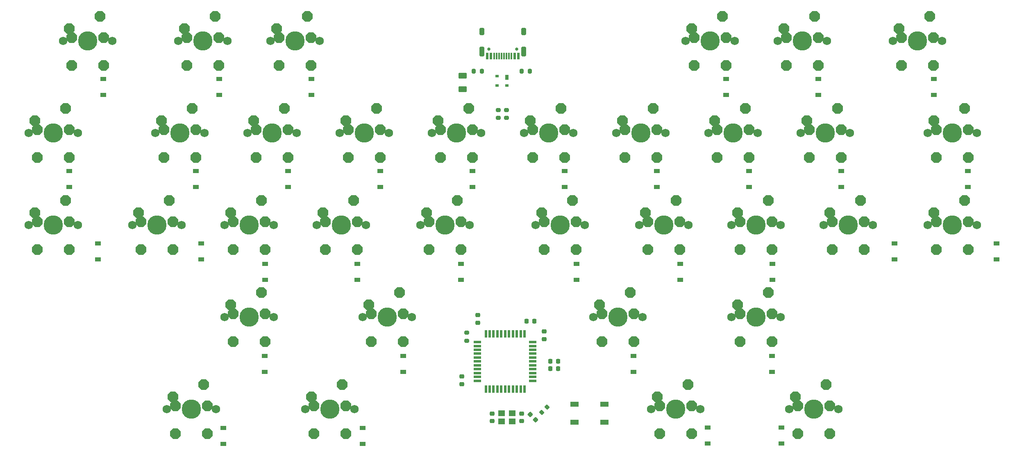
<source format=gbr>
G04 #@! TF.GenerationSoftware,KiCad,Pcbnew,6.0.8-1.fc36*
G04 #@! TF.CreationDate,2022-10-15T08:34:19+02:00*
G04 #@! TF.ProjectId,klacker_small,6b6c6163-6b65-4725-9f73-6d616c6c2e6b,rev?*
G04 #@! TF.SameCoordinates,Original*
G04 #@! TF.FileFunction,Soldermask,Bot*
G04 #@! TF.FilePolarity,Negative*
%FSLAX46Y46*%
G04 Gerber Fmt 4.6, Leading zero omitted, Abs format (unit mm)*
G04 Created by KiCad (PCBNEW 6.0.8-1.fc36) date 2022-10-15 08:34:19*
%MOMM*%
%LPD*%
G01*
G04 APERTURE LIST*
G04 Aperture macros list*
%AMRoundRect*
0 Rectangle with rounded corners*
0 $1 Rounding radius*
0 $2 $3 $4 $5 $6 $7 $8 $9 X,Y pos of 4 corners*
0 Add a 4 corners polygon primitive as box body*
4,1,4,$2,$3,$4,$5,$6,$7,$8,$9,$2,$3,0*
0 Add four circle primitives for the rounded corners*
1,1,$1+$1,$2,$3*
1,1,$1+$1,$4,$5*
1,1,$1+$1,$6,$7*
1,1,$1+$1,$8,$9*
0 Add four rect primitives between the rounded corners*
20,1,$1+$1,$2,$3,$4,$5,0*
20,1,$1+$1,$4,$5,$6,$7,0*
20,1,$1+$1,$6,$7,$8,$9,0*
20,1,$1+$1,$8,$9,$2,$3,0*%
%AMFreePoly0*
4,1,17,0.470280,1.085355,1.085355,0.470280,1.100000,0.434925,1.100000,-0.434925,1.085355,-0.470281,0.470280,-1.085355,0.434925,-1.100000,-0.434925,-1.100000,-0.470281,-1.085355,-1.085355,-0.470280,-1.100000,-0.434925,-1.100000,0.434925,-1.085355,0.470280,-0.470281,1.085355,-0.434925,1.100000,0.434925,1.100000,0.470280,1.085355,0.470280,1.085355,$1*%
%AMFreePoly1*
4,1,17,0.480635,1.110355,1.110356,0.480635,1.125000,0.445280,1.125000,-0.445280,1.110356,-0.480635,0.480635,-1.110355,0.445280,-1.125000,-0.445280,-1.125000,-0.480635,-1.110356,-1.110355,-0.480635,-1.125000,-0.445280,-1.125000,0.445280,-1.110355,0.480635,-0.480635,1.110356,-0.445280,1.125000,0.445280,1.125000,0.480635,1.110355,0.480635,1.110355,$1*%
%AMFreePoly2*
4,1,17,0.307538,0.785355,0.485355,0.607538,0.500000,0.572183,0.500000,-0.572183,0.485355,-0.607538,0.307538,-0.785355,0.272183,-0.800000,-0.272183,-0.800000,-0.307538,-0.785355,-0.485355,-0.607538,-0.500000,-0.572183,-0.500000,0.572183,-0.485355,0.607538,-0.307538,0.785355,-0.272183,0.800000,0.272183,0.800000,0.307538,0.785355,0.307538,0.785355,$1*%
%AMFreePoly3*
4,1,17,0.307538,1.035355,0.485355,0.857538,0.500000,0.822183,0.500000,-0.822183,0.485355,-0.857538,0.307538,-1.035355,0.272183,-1.050000,-0.272183,-1.050000,-0.307538,-1.035355,-0.485355,-0.857538,-0.500000,-0.822183,-0.500000,0.822183,-0.485355,0.857538,-0.307538,1.035355,-0.272183,1.050000,0.272183,1.050000,0.307538,1.035355,0.307538,1.035355,$1*%
G04 Aperture macros list end*
%ADD10C,1.750000*%
%ADD11C,3.987800*%
%ADD12FreePoly0,0.000000*%
%ADD13FreePoly1,0.000000*%
%ADD14C,0.650000*%
%ADD15R,0.600000X1.450000*%
%ADD16R,0.300000X1.450000*%
%ADD17FreePoly2,0.000000*%
%ADD18FreePoly3,0.000000*%
%ADD19R,1.500000X0.550000*%
%ADD20R,0.550000X1.500000*%
%ADD21RoundRect,0.200000X0.275000X-0.200000X0.275000X0.200000X-0.275000X0.200000X-0.275000X-0.200000X0*%
%ADD22RoundRect,0.200000X-0.275000X0.200000X-0.275000X-0.200000X0.275000X-0.200000X0.275000X0.200000X0*%
%ADD23RoundRect,0.200000X0.053033X-0.335876X0.335876X-0.053033X-0.053033X0.335876X-0.335876X0.053033X0*%
%ADD24R,0.700000X1.000000*%
%ADD25R,0.700000X0.600000*%
%ADD26R,1.800000X1.100000*%
%ADD27RoundRect,0.225000X-0.250000X0.225000X-0.250000X-0.225000X0.250000X-0.225000X0.250000X0.225000X0*%
%ADD28RoundRect,0.200000X0.200000X0.275000X-0.200000X0.275000X-0.200000X-0.275000X0.200000X-0.275000X0*%
%ADD29RoundRect,0.225000X0.250000X-0.225000X0.250000X0.225000X-0.250000X0.225000X-0.250000X-0.225000X0*%
%ADD30RoundRect,0.225000X-0.225000X-0.250000X0.225000X-0.250000X0.225000X0.250000X-0.225000X0.250000X0*%
%ADD31RoundRect,0.200000X-0.200000X-0.275000X0.200000X-0.275000X0.200000X0.275000X-0.200000X0.275000X0*%
%ADD32RoundRect,0.225000X-0.335876X-0.017678X-0.017678X-0.335876X0.335876X0.017678X0.017678X0.335876X0*%
%ADD33R,1.400000X1.200000*%
%ADD34RoundRect,0.250000X0.625000X-0.375000X0.625000X0.375000X-0.625000X0.375000X-0.625000X-0.375000X0*%
%ADD35R,1.200000X0.900000*%
G04 APERTURE END LIST*
D10*
X97949000Y-104775000D03*
X87789000Y-104775000D03*
D11*
X92869000Y-104775000D03*
D12*
X89569000Y-104135000D03*
X89569000Y-109855000D03*
D13*
X89059000Y-102235000D03*
X95409000Y-99695000D03*
D12*
X96169000Y-104135000D03*
X96169000Y-109855000D03*
D10*
X175895000Y-66675000D03*
D11*
X180975000Y-66675000D03*
D10*
X186055000Y-66675000D03*
D12*
X177675000Y-71755000D03*
X177675000Y-66035000D03*
D13*
X177165000Y-64135000D03*
D12*
X184275000Y-71755000D03*
D13*
X183515000Y-61595000D03*
D12*
X184275000Y-66035000D03*
D10*
X157480000Y-85725000D03*
X147320000Y-85725000D03*
D11*
X152400000Y-85725000D03*
D13*
X148590000Y-83185000D03*
D12*
X149100000Y-85085000D03*
X149100000Y-90805000D03*
X155700000Y-85085000D03*
X155700000Y-90805000D03*
D13*
X154940000Y-80645000D03*
D11*
X221456250Y-66675000D03*
D10*
X226536250Y-66675000D03*
X216376250Y-66675000D03*
D12*
X218156250Y-66035000D03*
X218156250Y-71755000D03*
D13*
X217646250Y-64135000D03*
D12*
X224756250Y-66035000D03*
D13*
X223996250Y-61595000D03*
D12*
X224756250Y-71755000D03*
D10*
X71755000Y-28575000D03*
X61595000Y-28575000D03*
D11*
X66675000Y-28575000D03*
D12*
X63375000Y-33655000D03*
D13*
X62865000Y-26035000D03*
D12*
X63375000Y-27935000D03*
D13*
X69215000Y-23495000D03*
D12*
X69975000Y-33655000D03*
X69975000Y-27935000D03*
D11*
X164306000Y-104775000D03*
D10*
X169386000Y-104775000D03*
X159226000Y-104775000D03*
D13*
X160496000Y-102235000D03*
D12*
X161006000Y-104135000D03*
X161006000Y-109855000D03*
D13*
X166846000Y-99695000D03*
D12*
X167606000Y-104135000D03*
X167606000Y-109855000D03*
D11*
X221456250Y-47625000D03*
D10*
X216376250Y-47625000D03*
X226536250Y-47625000D03*
D12*
X218156250Y-46985000D03*
X218156250Y-52705000D03*
D13*
X217646250Y-45085000D03*
D12*
X224756250Y-52705000D03*
D13*
X223996250Y-42545000D03*
D12*
X224756250Y-46985000D03*
D11*
X76200000Y-85725000D03*
D10*
X71120000Y-85725000D03*
X81280000Y-85725000D03*
D13*
X72390000Y-83185000D03*
D12*
X72900000Y-85085000D03*
X72900000Y-90805000D03*
D13*
X78740000Y-80645000D03*
D12*
X79500000Y-85085000D03*
X79500000Y-90805000D03*
D10*
X40798750Y-47625000D03*
D11*
X35718750Y-47625000D03*
D10*
X30638750Y-47625000D03*
D12*
X32418750Y-52705000D03*
X32418750Y-46985000D03*
D13*
X31908750Y-45085000D03*
D12*
X39018750Y-46985000D03*
D13*
X38258750Y-42545000D03*
D12*
X39018750Y-52705000D03*
D11*
X157162500Y-47625000D03*
D10*
X162242500Y-47625000D03*
X152082500Y-47625000D03*
D12*
X153862500Y-52705000D03*
X153862500Y-46985000D03*
D13*
X153352500Y-45085000D03*
D12*
X160462500Y-52705000D03*
X160462500Y-46985000D03*
D13*
X159702500Y-42545000D03*
D10*
X186055000Y-85725000D03*
D11*
X180975000Y-85725000D03*
D10*
X175895000Y-85725000D03*
D13*
X177165000Y-83185000D03*
D12*
X177675000Y-90805000D03*
X177675000Y-85085000D03*
X184275000Y-90805000D03*
D13*
X183515000Y-80645000D03*
D12*
X184275000Y-85085000D03*
D11*
X200025000Y-66675000D03*
D10*
X205105000Y-66675000D03*
X194945000Y-66675000D03*
D13*
X196215000Y-64135000D03*
D12*
X196725000Y-66035000D03*
X196725000Y-71755000D03*
X203325000Y-71755000D03*
D13*
X202565000Y-61595000D03*
D12*
X203325000Y-66035000D03*
D11*
X85725000Y-28575000D03*
D10*
X80645000Y-28575000D03*
X90805000Y-28575000D03*
D12*
X82425000Y-33655000D03*
X82425000Y-27935000D03*
D13*
X81915000Y-26035000D03*
X88265000Y-23495000D03*
D12*
X89025000Y-27935000D03*
X89025000Y-33655000D03*
D11*
X57150000Y-66675000D03*
D10*
X62230000Y-66675000D03*
X52070000Y-66675000D03*
D12*
X53850000Y-71755000D03*
X53850000Y-66035000D03*
D13*
X53340000Y-64135000D03*
X59690000Y-61595000D03*
D12*
X60450000Y-66035000D03*
X60450000Y-71755000D03*
D10*
X105092500Y-47625000D03*
X94932500Y-47625000D03*
D11*
X100012500Y-47625000D03*
D12*
X96712500Y-52705000D03*
X96712500Y-46985000D03*
D13*
X96202500Y-45085000D03*
D12*
X103312500Y-52705000D03*
D13*
X102552500Y-42545000D03*
D12*
X103312500Y-46985000D03*
D10*
X171132500Y-47625000D03*
X181292500Y-47625000D03*
D11*
X176212500Y-47625000D03*
D13*
X172402500Y-45085000D03*
D12*
X172912500Y-52705000D03*
X172912500Y-46985000D03*
X179512500Y-46985000D03*
X179512500Y-52705000D03*
D13*
X178752500Y-42545000D03*
D10*
X99695000Y-85725000D03*
X109855000Y-85725000D03*
D11*
X104775000Y-85725000D03*
D12*
X101475000Y-85085000D03*
D13*
X100965000Y-83185000D03*
D12*
X101475000Y-90805000D03*
D13*
X107315000Y-80645000D03*
D12*
X108075000Y-90805000D03*
X108075000Y-85085000D03*
D10*
X37782500Y-28575000D03*
D11*
X42862500Y-28575000D03*
D10*
X47942500Y-28575000D03*
D12*
X39562500Y-27935000D03*
D13*
X39052500Y-26035000D03*
D12*
X39562500Y-33655000D03*
D13*
X45402500Y-23495000D03*
D12*
X46162500Y-27935000D03*
X46162500Y-33655000D03*
D10*
X200342500Y-47625000D03*
D11*
X195262500Y-47625000D03*
D10*
X190182500Y-47625000D03*
D13*
X191452500Y-45085000D03*
D12*
X191962500Y-46985000D03*
X191962500Y-52705000D03*
D13*
X197802500Y-42545000D03*
D12*
X198562500Y-46985000D03*
X198562500Y-52705000D03*
D10*
X71120000Y-66675000D03*
X81280000Y-66675000D03*
D11*
X76200000Y-66675000D03*
D12*
X72900000Y-66035000D03*
D13*
X72390000Y-64135000D03*
D12*
X72900000Y-71755000D03*
D13*
X78740000Y-61595000D03*
D12*
X79500000Y-66035000D03*
X79500000Y-71755000D03*
D10*
X166370000Y-28575000D03*
D11*
X171450000Y-28575000D03*
D10*
X176530000Y-28575000D03*
D12*
X168150000Y-33655000D03*
X168150000Y-27935000D03*
D13*
X167640000Y-26035000D03*
X173990000Y-23495000D03*
D12*
X174750000Y-33655000D03*
X174750000Y-27935000D03*
D10*
X195580000Y-28575000D03*
D11*
X190500000Y-28575000D03*
D10*
X185420000Y-28575000D03*
D12*
X187200000Y-27935000D03*
D13*
X186690000Y-26035000D03*
D12*
X187200000Y-33655000D03*
D13*
X193040000Y-23495000D03*
D12*
X193800000Y-27935000D03*
X193800000Y-33655000D03*
D10*
X167005000Y-66675000D03*
D11*
X161925000Y-66675000D03*
D10*
X156845000Y-66675000D03*
D12*
X158625000Y-71755000D03*
X158625000Y-66035000D03*
D13*
X158115000Y-64135000D03*
D12*
X165225000Y-66035000D03*
D13*
X164465000Y-61595000D03*
D12*
X165225000Y-71755000D03*
D10*
X30638750Y-66675000D03*
X40798750Y-66675000D03*
D11*
X35718750Y-66675000D03*
D12*
X32418750Y-71755000D03*
X32418750Y-66035000D03*
D13*
X31908750Y-64135000D03*
D12*
X39018750Y-71755000D03*
D13*
X38258750Y-61595000D03*
D12*
X39018750Y-66035000D03*
D10*
X187801000Y-104775000D03*
D11*
X192881000Y-104775000D03*
D10*
X197961000Y-104775000D03*
D13*
X189071000Y-102235000D03*
D12*
X189581000Y-109855000D03*
X189581000Y-104135000D03*
D13*
X195421000Y-99695000D03*
D12*
X196181000Y-104135000D03*
X196181000Y-109855000D03*
D10*
X209232500Y-28575000D03*
X219392500Y-28575000D03*
D11*
X214312500Y-28575000D03*
D13*
X210502500Y-26035000D03*
D12*
X211012500Y-33655000D03*
X211012500Y-27935000D03*
X217612500Y-27935000D03*
X217612500Y-33655000D03*
D13*
X216852500Y-23495000D03*
D10*
X56832500Y-47625000D03*
D11*
X61912500Y-47625000D03*
D10*
X66992500Y-47625000D03*
D12*
X58612500Y-46985000D03*
D13*
X58102500Y-45085000D03*
D12*
X58612500Y-52705000D03*
X65212500Y-52705000D03*
D13*
X64452500Y-42545000D03*
D12*
X65212500Y-46985000D03*
D10*
X145573750Y-66675000D03*
X135413750Y-66675000D03*
D11*
X140493750Y-66675000D03*
D12*
X137193750Y-66035000D03*
D13*
X136683750Y-64135000D03*
D12*
X137193750Y-71755000D03*
X143793750Y-66035000D03*
D13*
X143033750Y-61595000D03*
D12*
X143793750Y-71755000D03*
D11*
X116681250Y-66675000D03*
D10*
X121761250Y-66675000D03*
X111601250Y-66675000D03*
D12*
X113381250Y-71755000D03*
X113381250Y-66035000D03*
D13*
X112871250Y-64135000D03*
D12*
X119981250Y-71755000D03*
D13*
X119221250Y-61595000D03*
D12*
X119981250Y-66035000D03*
D10*
X69374000Y-104775000D03*
D11*
X64294000Y-104775000D03*
D10*
X59214000Y-104775000D03*
D12*
X60994000Y-104135000D03*
D13*
X60484000Y-102235000D03*
D12*
X60994000Y-109855000D03*
X67594000Y-104135000D03*
X67594000Y-109855000D03*
D13*
X66834000Y-99695000D03*
D10*
X133032500Y-47625000D03*
X143192500Y-47625000D03*
D11*
X138112500Y-47625000D03*
D12*
X134812500Y-46985000D03*
D13*
X134302500Y-45085000D03*
D12*
X134812500Y-52705000D03*
X141412500Y-52705000D03*
X141412500Y-46985000D03*
D13*
X140652500Y-42545000D03*
D10*
X75882500Y-47625000D03*
X86042500Y-47625000D03*
D11*
X80962500Y-47625000D03*
D12*
X77662500Y-46985000D03*
D13*
X77152500Y-45085000D03*
D12*
X77662500Y-52705000D03*
X84262500Y-46985000D03*
X84262500Y-52705000D03*
D13*
X83502500Y-42545000D03*
D10*
X113982500Y-47625000D03*
X124142500Y-47625000D03*
D11*
X119062500Y-47625000D03*
D12*
X115762500Y-46985000D03*
D13*
X115252500Y-45085000D03*
D12*
X115762500Y-52705000D03*
X122362500Y-46985000D03*
X122362500Y-52705000D03*
D13*
X121602500Y-42545000D03*
D10*
X100330000Y-66675000D03*
X90170000Y-66675000D03*
D11*
X95250000Y-66675000D03*
D12*
X91950000Y-71755000D03*
D13*
X91440000Y-64135000D03*
D12*
X91950000Y-66035000D03*
D13*
X97790000Y-61595000D03*
D12*
X98550000Y-66035000D03*
X98550000Y-71755000D03*
D14*
X131500000Y-30267500D03*
X125720000Y-30267500D03*
D15*
X125385000Y-31712500D03*
X126160000Y-31712500D03*
D16*
X126860000Y-31712500D03*
X127360000Y-31712500D03*
X127860000Y-31712500D03*
X128360000Y-31712500D03*
X128860000Y-31712500D03*
X129360000Y-31712500D03*
X129860000Y-31712500D03*
X130360000Y-31712500D03*
D15*
X131060000Y-31712500D03*
X131835000Y-31712500D03*
D17*
X132930000Y-26617500D03*
D18*
X124290000Y-30797500D03*
X132930000Y-30797500D03*
D17*
X124290000Y-26617500D03*
D19*
X134800000Y-90900000D03*
X134800000Y-91700000D03*
X134800000Y-92500000D03*
X134800000Y-93300000D03*
X134800000Y-94100000D03*
X134800000Y-94900000D03*
X134800000Y-95700000D03*
X134800000Y-96500000D03*
X134800000Y-97300000D03*
X134800000Y-98100000D03*
X134800000Y-98900000D03*
D20*
X133100000Y-100600000D03*
X132300000Y-100600000D03*
X131500000Y-100600000D03*
X130700000Y-100600000D03*
X129900000Y-100600000D03*
X129100000Y-100600000D03*
X128300000Y-100600000D03*
X127500000Y-100600000D03*
X126700000Y-100600000D03*
X125900000Y-100600000D03*
X125100000Y-100600000D03*
D19*
X123400000Y-98900000D03*
X123400000Y-98100000D03*
X123400000Y-97300000D03*
X123400000Y-96500000D03*
X123400000Y-95700000D03*
X123400000Y-94900000D03*
X123400000Y-94100000D03*
X123400000Y-93300000D03*
X123400000Y-92500000D03*
X123400000Y-91700000D03*
X123400000Y-90900000D03*
D20*
X125100000Y-89200000D03*
X125900000Y-89200000D03*
X126700000Y-89200000D03*
X127500000Y-89200000D03*
X128300000Y-89200000D03*
X129100000Y-89200000D03*
X129900000Y-89200000D03*
X130700000Y-89200000D03*
X131500000Y-89200000D03*
X132300000Y-89200000D03*
X133100000Y-89200000D03*
D21*
X129336000Y-44509228D03*
X129336000Y-42859228D03*
D22*
X121180000Y-88945000D03*
X121180000Y-90595000D03*
D23*
X136616637Y-105483363D03*
X137783363Y-104316637D03*
D24*
X129460000Y-36084228D03*
D25*
X129460000Y-37784228D03*
X127460000Y-37784228D03*
X127460000Y-35884228D03*
D21*
X127685000Y-44509228D03*
X127685000Y-42859228D03*
D26*
X149600000Y-103775000D03*
X143400000Y-107475000D03*
X149600000Y-107475000D03*
X143400000Y-103775000D03*
D27*
X126384999Y-105722002D03*
X126384999Y-107272002D03*
D28*
X134161000Y-34841728D03*
X132511000Y-34841728D03*
D29*
X137200000Y-90275000D03*
X137200000Y-88725000D03*
D30*
X138475000Y-94900000D03*
X140025000Y-94900000D03*
D31*
X122605000Y-34841728D03*
X124255000Y-34841728D03*
D32*
X134291992Y-105881992D03*
X135388008Y-106978008D03*
D29*
X132481000Y-107272001D03*
X132481000Y-105722001D03*
D30*
X133551250Y-86540000D03*
X135101250Y-86540000D03*
X138475000Y-96400000D03*
X140025000Y-96400000D03*
D27*
X120142000Y-98031000D03*
X120142000Y-99581000D03*
D29*
X123444000Y-86881000D03*
X123444000Y-85331000D03*
D33*
X128333000Y-105647000D03*
X130533000Y-105647000D03*
X130533000Y-107347000D03*
X128333000Y-107347000D03*
D34*
X120280000Y-38540000D03*
X120280000Y-35740000D03*
D35*
X184300000Y-78050000D03*
X184300000Y-74750000D03*
X119981250Y-78050000D03*
X119981250Y-74750000D03*
X108025000Y-97100000D03*
X108025000Y-93800000D03*
X165250000Y-78050000D03*
X165250000Y-74750000D03*
X103300000Y-58800000D03*
X103300000Y-55500000D03*
X122350000Y-58800000D03*
X122350000Y-55500000D03*
X39050000Y-58800000D03*
X39050000Y-55500000D03*
X209540000Y-73780000D03*
X209540000Y-70480000D03*
X84250000Y-58800000D03*
X84250000Y-55500000D03*
X65200000Y-58800000D03*
X65200000Y-55500000D03*
X193837500Y-39750000D03*
X193837500Y-36450000D03*
X160450000Y-58800000D03*
X160450000Y-55500000D03*
X184225000Y-97100000D03*
X184225000Y-93800000D03*
X174787500Y-39750000D03*
X174787500Y-36450000D03*
X44958000Y-73786000D03*
X44958000Y-70486000D03*
X155650000Y-97100000D03*
X155650000Y-93800000D03*
X179500000Y-58800000D03*
X179500000Y-55500000D03*
X198550000Y-58800000D03*
X198550000Y-55500000D03*
X70050000Y-39750000D03*
X70050000Y-36450000D03*
X79450000Y-97100000D03*
X79450000Y-93800000D03*
X99690000Y-111980000D03*
X99690000Y-108680000D03*
X98550000Y-78050000D03*
X98550000Y-74750000D03*
X224743750Y-58800000D03*
X224743750Y-55500000D03*
X70860000Y-111980000D03*
X70860000Y-108680000D03*
X170942000Y-111886000D03*
X170942000Y-108586000D03*
X141400000Y-58800000D03*
X141400000Y-55500000D03*
X79500000Y-78050000D03*
X79500000Y-74750000D03*
X186182000Y-111886000D03*
X186182000Y-108586000D03*
X89050000Y-39750000D03*
X89050000Y-36450000D03*
X46037500Y-39750000D03*
X46037500Y-36450000D03*
X217650000Y-39750000D03*
X217650000Y-36450000D03*
X66294000Y-73786000D03*
X66294000Y-70486000D03*
X143818750Y-78050000D03*
X143818750Y-74750000D03*
X230660000Y-73780000D03*
X230660000Y-70480000D03*
M02*

</source>
